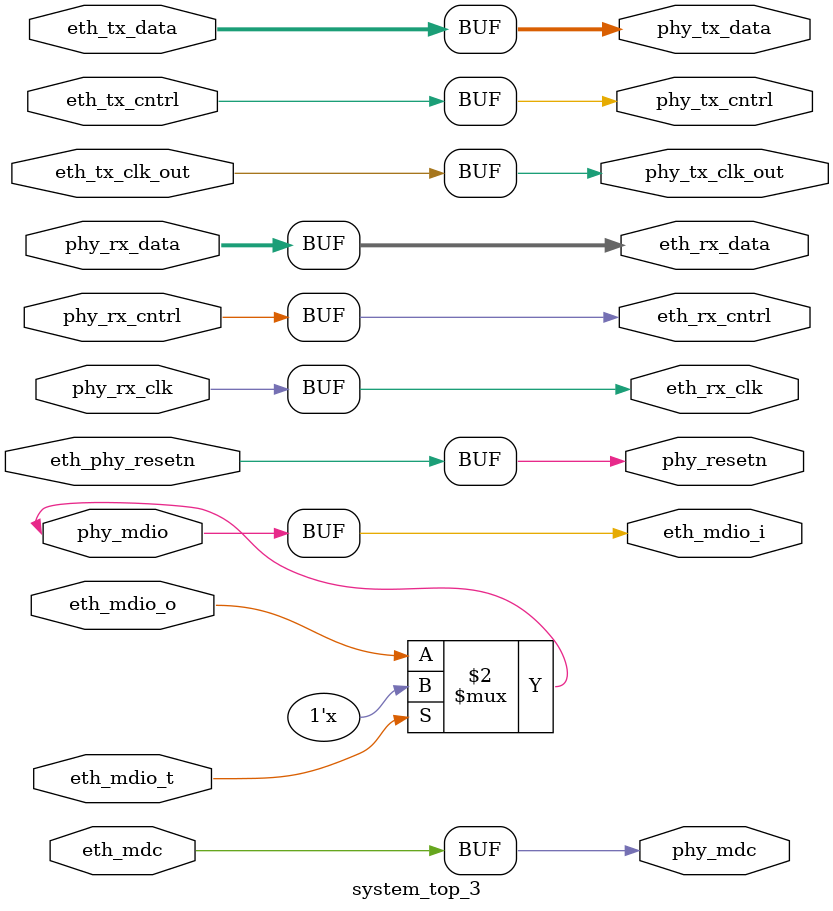
<source format=v>
module system_top_3 (
  eth_rx_clk,
  eth_rx_cntrl,
  eth_rx_data,
  eth_tx_clk_out,
  eth_tx_cntrl,
  eth_tx_data,
  eth_mdc,
  eth_mdio_i,
  eth_mdio_o,
  eth_mdio_t,
  eth_phy_resetn,
  phy_resetn,
  phy_rx_clk,
  phy_rx_cntrl,
  phy_rx_data,
  phy_tx_clk_out,
  phy_tx_cntrl,
  phy_tx_data,
  phy_mdc,
  phy_mdio);
  output            eth_rx_clk;
  output            eth_rx_cntrl;
  output  [  3:0]   eth_rx_data;
  input             eth_tx_clk_out;
  input             eth_tx_cntrl;
  input   [  3:0]   eth_tx_data;
  input             eth_mdc;
  output            eth_mdio_i;
  input             eth_mdio_o;
  input             eth_mdio_t;
  input             eth_phy_resetn;
  output            phy_resetn;
  input             phy_rx_clk;
  input             phy_rx_cntrl;
  input   [  3:0]   phy_rx_data;
  output            phy_tx_clk_out;
  output            phy_tx_cntrl;
  output  [  3:0]   phy_tx_data;
  output            phy_mdc;
  inout             phy_mdio;
  assign eth_rx_clk = phy_rx_clk;
  assign eth_rx_cntrl = phy_rx_cntrl;
  assign eth_rx_data = phy_rx_data;
  assign phy_tx_clk_out = eth_tx_clk_out;
  assign phy_tx_cntrl = eth_tx_cntrl;
  assign phy_tx_data = eth_tx_data;
  assign phy_mdc = eth_mdc;
  assign phy_mdio = (eth_mdio_t == 1'b0) ? eth_mdio_o : 1'bz;
  assign eth_mdio_i = phy_mdio;
  assign phy_resetn = eth_phy_resetn;
endmodule
</source>
